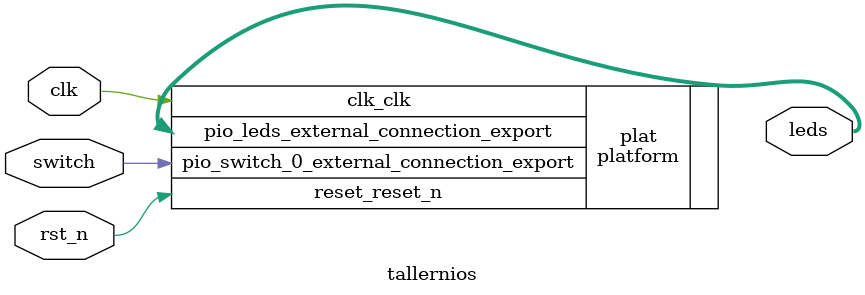
<source format=sv>
module tallernios (
    input  logic       clk,
                       rst_n,

    input  logic        switch, 
	output logic[9:0] leds                        
);
    platform plat(
        .clk_clk(clk),
        .pio_leds_external_connection_export(leds),
        .pio_switch_0_external_connection_export(switch),
        .reset_reset_n(rst_n)
    );
    
endmodule
</source>
